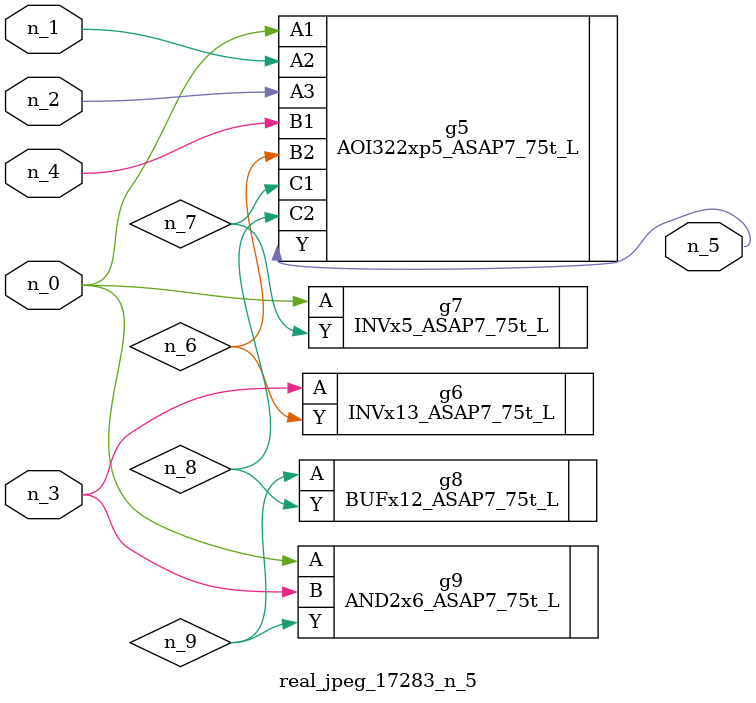
<source format=v>
module real_jpeg_17283_n_5 (n_4, n_0, n_1, n_2, n_3, n_5);

input n_4;
input n_0;
input n_1;
input n_2;
input n_3;

output n_5;

wire n_8;
wire n_6;
wire n_7;
wire n_9;

AOI322xp5_ASAP7_75t_L g5 ( 
.A1(n_0),
.A2(n_1),
.A3(n_2),
.B1(n_4),
.B2(n_6),
.C1(n_7),
.C2(n_8),
.Y(n_5)
);

INVx5_ASAP7_75t_L g7 ( 
.A(n_0),
.Y(n_7)
);

AND2x6_ASAP7_75t_L g9 ( 
.A(n_0),
.B(n_3),
.Y(n_9)
);

INVx13_ASAP7_75t_L g6 ( 
.A(n_3),
.Y(n_6)
);

BUFx12_ASAP7_75t_L g8 ( 
.A(n_9),
.Y(n_8)
);


endmodule
</source>
